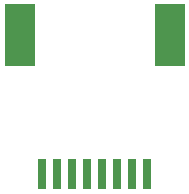
<source format=gtp>
%TF.GenerationSoftware,KiCad,Pcbnew,7.0.1*%
%TF.CreationDate,2023-04-24T02:46:48-04:00*%
%TF.ProjectId,quadrate_pcb_routed,71756164-7261-4746-955f-7063625f726f,v1.0.0*%
%TF.SameCoordinates,Original*%
%TF.FileFunction,Paste,Top*%
%TF.FilePolarity,Positive*%
%FSLAX46Y46*%
G04 Gerber Fmt 4.6, Leading zero omitted, Abs format (unit mm)*
G04 Created by KiCad (PCBNEW 7.0.1) date 2023-04-24 02:46:48*
%MOMM*%
%LPD*%
G01*
G04 APERTURE LIST*
%ADD10R,0.640000X2.540000*%
%ADD11R,2.540000X5.210000*%
G04 APERTURE END LIST*
D10*
%TO.C,*%
X237607500Y-101795000D03*
X236337500Y-101795000D03*
X235067500Y-101795000D03*
X233797500Y-101795000D03*
X232527500Y-101795000D03*
X231257500Y-101795000D03*
X229987500Y-101795000D03*
X228717500Y-101795000D03*
D11*
X239512500Y-90020000D03*
X226812500Y-90020000D03*
%TD*%
M02*

</source>
